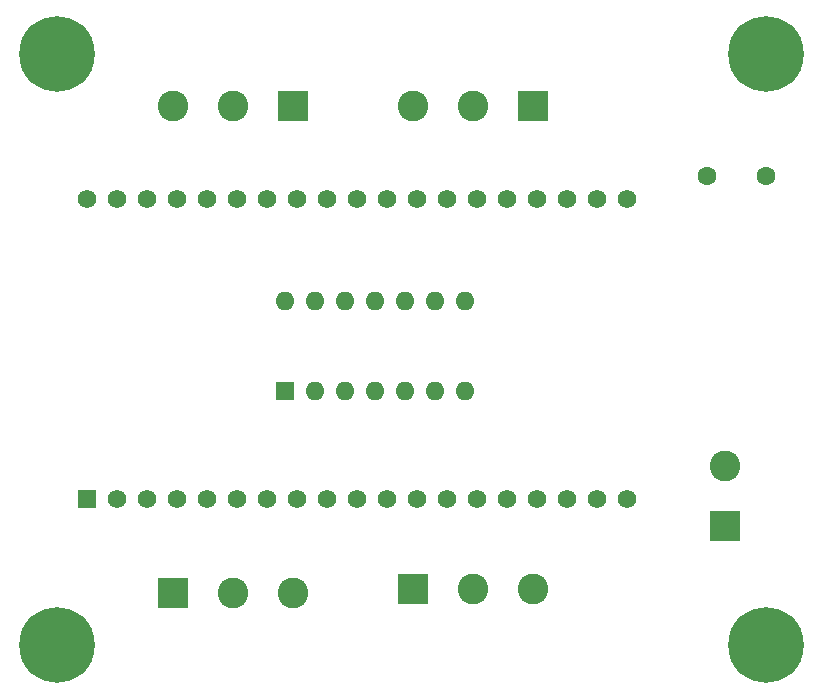
<source format=gbr>
%TF.GenerationSoftware,KiCad,Pcbnew,(6.0.0)*%
%TF.CreationDate,2022-09-21T16:06:09+02:00*%
%TF.ProjectId,ESP32_Wled_hub,45535033-325f-4576-9c65-645f6875622e,rev?*%
%TF.SameCoordinates,Original*%
%TF.FileFunction,Soldermask,Bot*%
%TF.FilePolarity,Negative*%
%FSLAX46Y46*%
G04 Gerber Fmt 4.6, Leading zero omitted, Abs format (unit mm)*
G04 Created by KiCad (PCBNEW (6.0.0)) date 2022-09-21 16:06:09*
%MOMM*%
%LPD*%
G01*
G04 APERTURE LIST*
%ADD10R,2.600000X2.600000*%
%ADD11C,2.600000*%
%ADD12C,6.400000*%
%ADD13C,0.800000*%
%ADD14R,1.560000X1.560000*%
%ADD15C,1.560000*%
%ADD16C,1.600000*%
%ADD17R,1.600000X1.600000*%
%ADD18O,1.600000X1.600000*%
G04 APERTURE END LIST*
D10*
%TO.C,J5*%
X104145000Y-42875000D03*
D11*
X99065000Y-42875000D03*
X93985000Y-42875000D03*
%TD*%
D12*
%TO.C,H4*%
X63860000Y-88500000D03*
D13*
X65557056Y-90197056D03*
X63860000Y-86100000D03*
X62162944Y-90197056D03*
X63860000Y-90900000D03*
X62162944Y-86802944D03*
X66260000Y-88500000D03*
X61460000Y-88500000D03*
X65557056Y-86802944D03*
%TD*%
D14*
%TO.C,U2*%
X66350000Y-76200000D03*
D15*
X68890000Y-76200000D03*
X71430000Y-76200000D03*
X73970000Y-76200000D03*
X76510000Y-76200000D03*
X79050000Y-76200000D03*
X81590000Y-76200000D03*
X84130000Y-76200000D03*
X86670000Y-76200000D03*
X89210000Y-76200000D03*
X91750000Y-76200000D03*
X94290000Y-76200000D03*
X96830000Y-76200000D03*
X99370000Y-76200000D03*
X101910000Y-76200000D03*
X104450000Y-76200000D03*
X106990000Y-76200000D03*
X109530000Y-76200000D03*
X112070000Y-76200000D03*
X66350000Y-50800000D03*
X68890000Y-50800000D03*
X71430000Y-50800000D03*
X73970000Y-50800000D03*
X76510000Y-50800000D03*
X79050000Y-50800000D03*
X81590000Y-50800000D03*
X84130000Y-50800000D03*
X86670000Y-50800000D03*
X89210000Y-50800000D03*
X91750000Y-50800000D03*
X94290000Y-50800000D03*
X96830000Y-50800000D03*
X99370000Y-50800000D03*
X101910000Y-50800000D03*
X104450000Y-50800000D03*
X106990000Y-50800000D03*
X109530000Y-50800000D03*
X112070000Y-50800000D03*
%TD*%
D13*
%TO.C,H3*%
X125557056Y-86802944D03*
X123860000Y-90900000D03*
X121460000Y-88500000D03*
X122162944Y-90197056D03*
X123860000Y-86100000D03*
D12*
X123860000Y-88500000D03*
D13*
X122162944Y-86802944D03*
X126260000Y-88500000D03*
X125557056Y-90197056D03*
%TD*%
D10*
%TO.C,J6*%
X93980000Y-83820000D03*
D11*
X99060000Y-83820000D03*
X104140000Y-83820000D03*
%TD*%
D10*
%TO.C,J4*%
X73655000Y-84125000D03*
D11*
X78735000Y-84125000D03*
X83815000Y-84125000D03*
%TD*%
D13*
%TO.C,H1*%
X65557056Y-40197056D03*
X65557056Y-36802944D03*
D12*
X63860000Y-38500000D03*
D13*
X61460000Y-38500000D03*
X63860000Y-36100000D03*
X62162944Y-36802944D03*
X66260000Y-38500000D03*
X63860000Y-40900000D03*
X62162944Y-40197056D03*
%TD*%
%TO.C,H2*%
X126260000Y-38500000D03*
X121460000Y-38500000D03*
X125557056Y-36802944D03*
X125557056Y-40197056D03*
D12*
X123860000Y-38500000D03*
D13*
X122162944Y-36802944D03*
X122162944Y-40197056D03*
X123860000Y-36100000D03*
X123860000Y-40900000D03*
%TD*%
D16*
%TO.C,C1*%
X118860000Y-48800000D03*
X123860000Y-48800000D03*
%TD*%
D10*
%TO.C,J1*%
X120360000Y-78500000D03*
D11*
X120360000Y-73420000D03*
%TD*%
D17*
%TO.C,U1*%
X83135000Y-67000000D03*
D18*
X85675000Y-67000000D03*
X88215000Y-67000000D03*
X90755000Y-67000000D03*
X93295000Y-67000000D03*
X95835000Y-67000000D03*
X98375000Y-67000000D03*
X98375000Y-59380000D03*
X95835000Y-59380000D03*
X93295000Y-59380000D03*
X90755000Y-59380000D03*
X88215000Y-59380000D03*
X85675000Y-59380000D03*
X83135000Y-59380000D03*
%TD*%
D10*
%TO.C,J7*%
X83825000Y-42875000D03*
D11*
X78745000Y-42875000D03*
X73665000Y-42875000D03*
%TD*%
M02*

</source>
